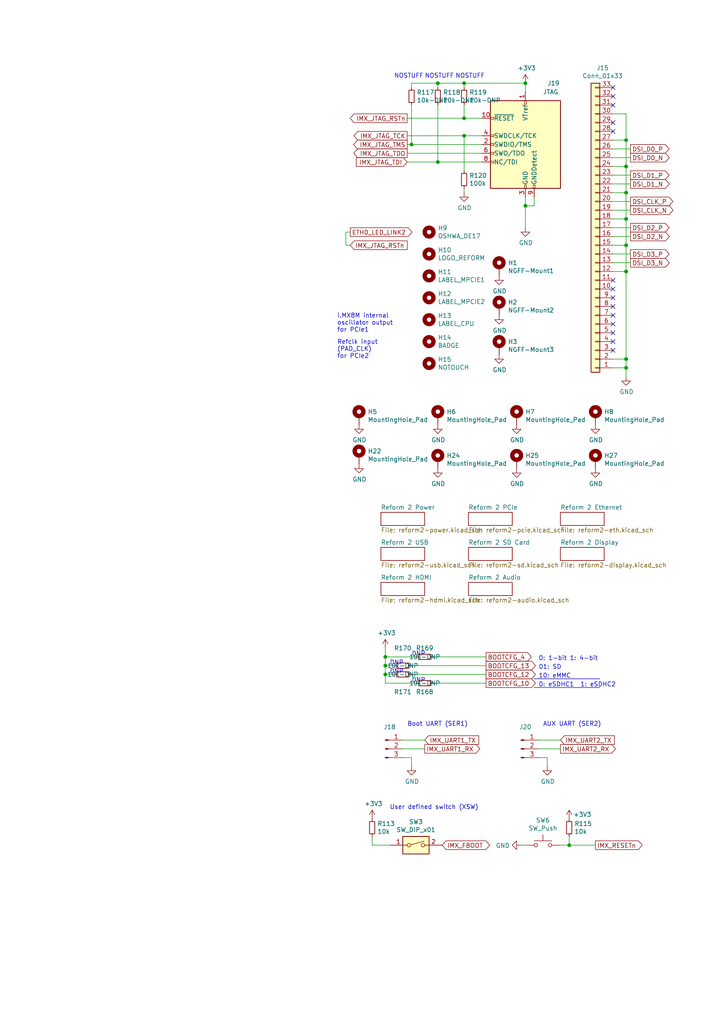
<source format=kicad_sch>
(kicad_sch (version 20241004) (generator "eeschema") (generator_version "8.99")
  (paper "A4" portrait)
  (title_block (title "MNT Reform 2") (date "2023-02-13") (rev "2.5D-2") (company "MNT Research GmbH") (comment 1 "https://mntre.com") (comment 2 "Engineer: Lukas F. Hartmann") (comment 3 "License: CERN-OHL-S 2.0"))
  (lib_symbols
    (symbol "Connector:Conn_01x03_Male" (pin_names (offset 1.016) (hide yes))
      (property "Reference" "J" (at 0 5.08 0))
      (property "Value" "Conn_01x03_Male" (at 0 -5.08 0))
      (symbol "Conn_01x03_Male_1_1"
        (rectangle (start 0.8636 2.667) (end 0 2.413) (stroke (width 0.1524)) (fill (type outline)))
        (rectangle (start 0.8636 0.127) (end 0 -0.127) (stroke (width 0.1524)) (fill (type outline)))
        (rectangle (start 0.8636 -2.413) (end 0 -2.667) (stroke (width 0.1524)) (fill (type outline)))
        (polyline (pts (xy 1.27 2.54) (xy 0.8636 2.54)) (stroke (width 0.1524)))
        (polyline (pts (xy 1.27 0) (xy 0.8636 0)) (stroke (width 0.1524)))
        (polyline (pts (xy 1.27 -2.54) (xy 0.8636 -2.54)) (stroke (width 0.1524)))
        (pin passive line (at 5.08 2.54 180) (length 3.81) (name "Pin_1") (number "1"))
        (pin passive line (at 5.08 0 180) (length 3.81) (name "Pin_2") (number "2"))
        (pin passive line (at 5.08 -2.54 180) (length 3.81) (name "Pin_3") (number "3"))
      )
    )
    (symbol "Connector:Conn_ARM_JTAG_SWD_10" (pin_names (offset 1.016))
      (property "Reference" "J" (at -2.54 16.51 0))
      (property "Value" "Conn_ARM_JTAG_SWD_10" (at -2.54 13.97 0))
      (symbol "Conn_ARM_JTAG_SWD_10_0_1"
        (rectangle (start -10.16 12.7) (end 10.16 -12.7) (stroke (width 0.254)) (fill (type background)))
        (rectangle (start -2.794 -12.7) (end -2.286 -11.684))
        (rectangle (start -0.254 12.7) (end 0.254 11.684))
        (rectangle (start -0.254 -12.7) (end 0.254 -11.684))
        (rectangle (start 9.144 2.286) (end 10.16 2.794))
        (rectangle (start 10.16 7.874) (end 9.144 7.366))
        (rectangle (start 10.16 -0.254) (end 9.144 0.254))
        (rectangle (start 10.16 -2.794) (end 9.144 -2.286))
      )
      (symbol "Conn_ARM_JTAG_SWD_10_1_1"
        (rectangle (start 9.144 -5.334) (end 10.16 -4.826))
        (pin no_connect line (at -10.16 0 0) (length 2.54) (hide yes) (name "KEY") (number "7"))
        (pin passive line (at -2.54 -15.24 90) (length 2.54) (name "GNDDetect") (number "9"))
        (pin power_in line (at 0 15.24 270) (length 2.54) (name "VTref") (number "1"))
        (pin power_in line (at 0 -15.24 90) (length 2.54) (name "GND") (number "3"))
        (pin passive line (at 0 -15.24 90) (length 2.54) (hide yes) (name "GND") (number "5"))
        (pin open_collector line (at 12.7 7.62 180) (length 2.54) (name "~{RESET}") (number "10"))
        (pin output line (at 12.7 2.54 180) (length 2.54) (name "SWDCLK/TCK") (number "4"))
        (pin bidirectional line (at 12.7 0 180) (length 2.54) (name "SWDIO/TMS") (number "2"))
        (pin input line (at 12.7 -2.54 180) (length 2.54) (name "SWO/TDO") (number "6"))
        (pin output line (at 12.7 -5.08 180) (length 2.54) (name "NC/TDI") (number "8"))
      )
    )
    (symbol "Connector_Generic:Conn_01x33" (pin_names (offset 1.016) (hide yes))
      (property "Reference" "J" (at 0 43.18 0))
      (property "Value" "Conn_01x33" (at 0 -43.18 0))
      (symbol "Conn_01x33_1_1"
        (rectangle (start -1.27 41.91) (end 1.27 -41.91) (stroke (width 0.254)) (fill (type background)))
        (rectangle (start -1.27 40.767) (end 0 40.513) (stroke (width 0.1524)))
        (rectangle (start -1.27 38.227) (end 0 37.973) (stroke (width 0.1524)))
        (rectangle (start -1.27 35.687) (end 0 35.433) (stroke (width 0.1524)))
        (rectangle (start -1.27 33.147) (end 0 32.893) (stroke (width 0.1524)))
        (rectangle (start -1.27 30.607) (end 0 30.353) (stroke (width 0.1524)))
        (rectangle (start -1.27 28.067) (end 0 27.813) (stroke (width 0.1524)))
        (rectangle (start -1.27 25.527) (end 0 25.273) (stroke (width 0.1524)))
        (rectangle (start -1.27 22.987) (end 0 22.733) (stroke (width 0.1524)))
        (rectangle (start -1.27 20.447) (end 0 20.193) (stroke (width 0.1524)))
        (rectangle (start -1.27 17.907) (end 0 17.653) (stroke (width 0.1524)))
        (rectangle (start -1.27 15.367) (end 0 15.113) (stroke (width 0.1524)))
        (rectangle (start -1.27 12.827) (end 0 12.573) (stroke (width 0.1524)))
        (rectangle (start -1.27 10.287) (end 0 10.033) (stroke (width 0.1524)))
        (rectangle (start -1.27 7.747) (end 0 7.493) (stroke (width 0.1524)))
        (rectangle (start -1.27 5.207) (end 0 4.953) (stroke (width 0.1524)))
        (rectangle (start -1.27 2.667) (end 0 2.413) (stroke (width 0.1524)))
        (rectangle (start -1.27 0.127) (end 0 -0.127) (stroke (width 0.1524)))
        (rectangle (start -1.27 -2.413) (end 0 -2.667) (stroke (width 0.1524)))
        (rectangle (start -1.27 -4.953) (end 0 -5.207) (stroke (width 0.1524)))
        (rectangle (start -1.27 -7.493) (end 0 -7.747) (stroke (width 0.1524)))
        (rectangle (start -1.27 -10.033) (end 0 -10.287) (stroke (width 0.1524)))
        (rectangle (start -1.27 -12.573) (end 0 -12.827) (stroke (width 0.1524)))
        (rectangle (start -1.27 -15.113) (end 0 -15.367) (stroke (width 0.1524)))
        (rectangle (start -1.27 -17.653) (end 0 -17.907) (stroke (width 0.1524)))
        (rectangle (start -1.27 -20.193) (end 0 -20.447) (stroke (width 0.1524)))
        (rectangle (start -1.27 -22.733) (end 0 -22.987) (stroke (width 0.1524)))
        (rectangle (start -1.27 -25.273) (end 0 -25.527) (stroke (width 0.1524)))
        (rectangle (start -1.27 -27.813) (end 0 -28.067) (stroke (width 0.1524)))
        (rectangle (start -1.27 -30.353) (end 0 -30.607) (stroke (width 0.1524)))
        (rectangle (start -1.27 -32.893) (end 0 -33.147) (stroke (width 0.1524)))
        (rectangle (start -1.27 -35.433) (end 0 -35.687) (stroke (width 0.1524)))
        (rectangle (start -1.27 -37.973) (end 0 -38.227) (stroke (width 0.1524)))
        (rectangle (start -1.27 -40.513) (end 0 -40.767) (stroke (width 0.1524)))
        (pin passive line (at -5.08 40.64 0) (length 3.81) (name "Pin_1") (number "1"))
        (pin passive line (at -5.08 38.1 0) (length 3.81) (name "Pin_2") (number "2"))
        (pin passive line (at -5.08 35.56 0) (length 3.81) (name "Pin_3") (number "3"))
        (pin passive line (at -5.08 33.02 0) (length 3.81) (name "Pin_4") (number "4"))
        (pin passive line (at -5.08 30.48 0) (length 3.81) (name "Pin_5") (number "5"))
        (pin passive line (at -5.08 27.94 0) (length 3.81) (name "Pin_6") (number "6"))
        (pin passive line (at -5.08 25.4 0) (length 3.81) (name "Pin_7") (number "7"))
        (pin passive line (at -5.08 22.86 0) (length 3.81) (name "Pin_8") (number "8"))
        (pin passive line (at -5.08 20.32 0) (length 3.81) (name "Pin_9") (number "9"))
        (pin passive line (at -5.08 17.78 0) (length 3.81) (name "Pin_10") (number "10"))
        (pin passive line (at -5.08 15.24 0) (length 3.81) (name "Pin_11") (number "11"))
        (pin passive line (at -5.08 12.7 0) (length 3.81) (name "Pin_12") (number "12"))
        (pin passive line (at -5.08 10.16 0) (length 3.81) (name "Pin_13") (number "13"))
        (pin passive line (at -5.08 7.62 0) (length 3.81) (name "Pin_14") (number "14"))
        (pin passive line (at -5.08 5.08 0) (length 3.81) (name "Pin_15") (number "15"))
        (pin passive line (at -5.08 2.54 0) (length 3.81) (name "Pin_16") (number "16"))
        (pin passive line (at -5.08 0 0) (length 3.81) (name "Pin_17") (number "17"))
        (pin passive line (at -5.08 -2.54 0) (length 3.81) (name "Pin_18") (number "18"))
        (pin passive line (at -5.08 -5.08 0) (length 3.81) (name "Pin_19") (number "19"))
        (pin passive line (at -5.08 -7.62 0) (length 3.81) (name "Pin_20") (number "20"))
        (pin passive line (at -5.08 -10.16 0) (length 3.81) (name "Pin_21") (number "21"))
        (pin passive line (at -5.08 -12.7 0) (length 3.81) (name "Pin_22") (number "22"))
        (pin passive line (at -5.08 -15.24 0) (length 3.81) (name "Pin_23") (number "23"))
        (pin passive line (at -5.08 -17.78 0) (length 3.81) (name "Pin_24") (number "24"))
        (pin passive line (at -5.08 -20.32 0) (length 3.81) (name "Pin_25") (number "25"))
        (pin passive line (at -5.08 -22.86 0) (length 3.81) (name "Pin_26") (number "26"))
        (pin passive line (at -5.08 -25.4 0) (length 3.81) (name "Pin_27") (number "27"))
        (pin passive line (at -5.08 -27.94 0) (length 3.81) (name "Pin_28") (number "28"))
        (pin passive line (at -5.08 -30.48 0) (length 3.81) (name "Pin_29") (number "29"))
        (pin passive line (at -5.08 -33.02 0) (length 3.81) (name "Pin_30") (number "30"))
        (pin passive line (at -5.08 -35.56 0) (length 3.81) (name "Pin_31") (number "31"))
        (pin passive line (at -5.08 -38.1 0) (length 3.81) (name "Pin_32") (number "32"))
        (pin passive line (at -5.08 -40.64 0) (length 3.81) (name "Pin_33") (number "33"))
      )
    )
    (symbol "Device:R_Small" (pin_numbers (hide yes)) (pin_names (offset 0.254) (hide yes))
      (property "Reference" "R" (at 0.762 0.508 0))
      (property "Value" "R_Small" (at 0.762 -1.016 0))
      (symbol "R_Small_0_1"
        (rectangle (start -0.762 1.778) (end 0.762 -1.778) (stroke (width 0.2032)))
      )
      (symbol "R_Small_1_1"
        (pin passive line (at 0 2.54 270) (length 0.762) (name "~") (number "1"))
        (pin passive line (at 0 -2.54 90) (length 0.762) (name "~") (number "2"))
      )
    )
    (symbol "Mechanical:MountingHole" (pin_names (offset 1.016))
      (property "Reference" "H" (at 0 5.08 0))
      (property "Value" "MountingHole" (at 0 3.175 0))
      (symbol "MountingHole_0_1"
        (circle (center 0 0) (radius 1.27) (stroke (width 1.27)))
      )
    )
    (symbol "Mechanical:MountingHole_Pad" (pin_numbers (hide yes)) (pin_names (offset 1.016) (hide yes))
      (property "Reference" "H" (at 0 6.35 0))
      (property "Value" "MountingHole_Pad" (at 0 4.445 0))
      (symbol "MountingHole_Pad_0_1"
        (circle (center 0 1.27) (radius 1.27) (stroke (width 1.27)))
      )
      (symbol "MountingHole_Pad_1_1"
        (pin input line (at 0 -2.54 90) (length 2.54) (name "1") (number "1"))
      )
    )
    (symbol "Switch:SW_DIP_x01" (pin_names (offset 0) (hide yes))
      (property "Reference" "SW" (at 0 3.81 0))
      (property "Value" "SW_DIP_x01" (at 0 -3.81 0))
      (symbol "SW_DIP_x01_0_0"
        (circle (center -2.032 0) (radius 0.508))
        (polyline (pts (xy -1.524 0.127) (xy 2.3622 1.1684)))
        (circle (center 2.032 0) (radius 0.508))
      )
      (symbol "SW_DIP_x01_0_1"
        (rectangle (start -3.81 2.54) (end 3.81 -2.54) (stroke (width 0.254)) (fill (type background)))
      )
      (symbol "SW_DIP_x01_1_1"
        (pin passive line (at -7.62 0 0) (length 5.08) (name "~") (number "1"))
        (pin passive line (at 7.62 0 180) (length 5.08) (name "~") (number "2"))
      )
    )
    (symbol "Switch:SW_Push" (pin_numbers (hide yes)) (pin_names (offset 1.016) (hide yes))
      (property "Reference" "SW" (at 1.27 2.54 0))
      (property "Value" "SW_Push" (at 0 -1.524 0))
      (symbol "SW_Push_0_1"
        (circle (center -2.032 0) (radius 0.508))
        (polyline (pts (xy 0 1.27) (xy 0 3.048)))
        (circle (center 2.032 0) (radius 0.508))
        (polyline (pts (xy 2.54 1.27) (xy -2.54 1.27)))
        (pin passive line (at -5.08 0 0) (length 2.54) (name "1") (number "1"))
        (pin passive line (at 5.08 0 180) (length 2.54) (name "2") (number "2"))
      )
    )
    (symbol "power:+3V3" (power) (pin_names (offset 0))
      (property "Value" "+3V3" (at 0 3.556 0))
      (symbol "+3V3_0_1"
        (polyline (pts (xy -0.762 1.27) (xy 0 2.54)))
        (polyline (pts (xy 0 2.54) (xy 0.762 1.27)))
        (polyline (pts (xy 0 0) (xy 0 2.54)))
      )
      (symbol "+3V3_1_1"
        (pin power_in line (at 0 0 90) (length 0) (hide yes) (name "+3V3") (number "1"))
      )
    )
    (symbol "power:GND" (power) (pin_names (offset 0))
      (property "Value" "GND" (at 0 -3.81 0))
      (symbol "GND_0_1"
        (polyline (pts (xy 0 0) (xy 0 -1.27) (xy 1.27 -1.27) (xy 0 -2.54) (xy -1.27 -1.27) (xy 0 -1.27)))
      )
      (symbol "GND_1_1"
        (pin power_in line (at 0 0 270) (length 0) (hide yes) (name "GND") (number "1"))
      )
    )
  )
  (text "NOSTUFF" (at 114.3 22.86 0) (effects (font (size 1.27 1.27)) (justify left bottom)))
  (text "01: SD" (at 156.21 194.31 0) (effects (font (size 1.27 1.27)) (justify left bottom)))
  (text "10: eMMC" (at 156.21 196.85 0) (effects (font (size 1.27 1.27)) (justify left bottom)))
  (text "Boot UART (SER1)" (at 118.11 210.82 0) (effects (font (size 1.27 1.27)) (justify left bottom)))
  (text "User defined switch (XSW)" (at 113.03 234.95 0) (effects (font (size 1.27 1.27)) (justify left bottom)))
  (text "DNP" (at 119.38 198.12 0) (effects (font (size 1.27 1.27)) (justify left bottom)))
  (text "DNP" (at 113.03 193.04 0) (effects (font (size 1.27 1.27)) (justify left bottom)))
  (text "DNP" (at 113.03 195.58 0) (effects (font (size 1.27 1.27)) (justify left bottom)))
  (text "DNP" (at 119.38 190.5 0) (effects (font (size 1.27 1.27)) (justify left bottom)))
  (text "NOSTUFF" (at 123.19 22.86 0) (effects (font (size 1.27 1.27)) (justify left bottom)))
  (text "0: 1-bit 1: 4-bit" (at 156.21 191.77 0) (effects (font (size 1.27 1.27)) (justify left bottom)))
  (text "NOSTUFF" (at 132.08 22.86 0) (effects (font (size 1.27 1.27)) (justify left bottom)))
  (text "i.MX8M internal \noscillator output \nfor PCIe1" (at 97.79 96.52 0) (effects (font (size 1.27 1.27)) (justify left bottom)))
  (text "Refclk input \n(PAD_CLK) \nfor PCIe2" (at 97.79 104.14 0) (effects (font (size 1.27 1.27)) (justify left bottom)))
  (text "AUX UART (SER2)" (at 157.48 210.82 0) (effects (font (size 1.27 1.27)) (justify left bottom)))
  (text "0: eSDHC1  1: eSDHC2" (at 156.21 199.39 0) (effects (font (size 1.27 1.27)) (justify left bottom)))
  (junction (at 134.62 24.13))
  (junction (at 119.38 41.91))
  (junction (at 181.61 106.68))
  (junction (at 111.76 195.58))
  (junction (at 181.61 104.14))
  (junction (at 181.61 71.12))
  (junction (at 134.62 39.37))
  (junction (at 181.61 63.5))
  (junction (at 181.61 40.64))
  (junction (at 152.4 24.13))
  (junction (at 127 46.99))
  (junction (at 181.61 55.88))
  (junction (at 181.61 48.26))
  (junction (at 111.76 193.04))
  (junction (at 181.61 78.74))
  (junction (at 152.4 59.69))
  (junction (at 111.76 190.5))
  (junction (at 165.1 245.11))
  (junction (at 127 24.13))
  (junction (at 134.62 34.29))
  (no_connect (at 177.8 91.44))
  (no_connect (at 177.8 83.82))
  (no_connect (at 177.8 27.94))
  (no_connect (at 177.8 99.06))
  (no_connect (at 177.8 81.28))
  (no_connect (at 177.8 88.9))
  (no_connect (at 177.8 93.98))
  (no_connect (at 177.8 38.1))
  (no_connect (at 177.8 25.4))
  (no_connect (at 177.8 96.52))
  (no_connect (at 177.8 35.56))
  (no_connect (at 177.8 30.48))
  (no_connect (at 177.8 101.6))
  (no_connect (at 177.8 86.36))
  (wire (pts (xy 111.76 195.58) (xy 111.76 193.04)))
  (wire (pts (xy 127 24.13) (xy 127 25.4)))
  (wire (pts (xy 119.38 24.13) (xy 119.38 25.4)))
  (wire (pts (xy 177.8 68.58) (xy 182.88 68.58)))
  (wire (pts (xy 100.33 67.31) (xy 101.6 67.31)))
  (wire (pts (xy 181.61 78.74) (xy 181.61 104.14)))
  (polyline (pts (xy 154.94 196.85) (xy 173.99 196.85)))
  (wire (pts (xy 111.76 193.04) (xy 114.3 193.04)))
  (wire (pts (xy 177.8 48.26) (xy 181.61 48.26)))
  (wire (pts (xy 181.61 109.22) (xy 181.61 106.68)))
  (wire (pts (xy 119.38 193.04) (xy 140.97 193.04)))
  (wire (pts (xy 152.4 59.69) (xy 152.4 66.04)))
  (wire (pts (xy 162.56 214.63) (xy 156.21 214.63)))
  (wire (pts (xy 181.61 48.26) (xy 181.61 55.88)))
  (wire (pts (xy 182.88 50.8) (xy 177.8 50.8)))
  (wire (pts (xy 111.76 193.04) (xy 111.76 190.5)))
  (wire (pts (xy 134.62 30.48) (xy 134.62 34.29)))
  (wire (pts (xy 165.1 245.11) (xy 172.72 245.11)))
  (wire (pts (xy 134.62 24.13) (xy 127 24.13)))
  (wire (pts (xy 165.1 242.57) (xy 165.1 245.11)))
  (wire (pts (xy 125.73 198.12) (xy 140.97 198.12)))
  (wire (pts (xy 127 30.48) (xy 127 46.99)))
  (wire (pts (xy 181.61 40.64) (xy 181.61 48.26)))
  (wire (pts (xy 134.62 34.29) (xy 139.7 34.29)))
  (wire (pts (xy 127 24.13) (xy 119.38 24.13)))
  (wire (pts (xy 177.8 60.96) (xy 182.88 60.96)))
  (wire (pts (xy 181.61 33.02) (xy 181.61 40.64)))
  (wire (pts (xy 101.6 71.12) (xy 100.33 71.12)))
  (wire (pts (xy 177.8 63.5) (xy 181.61 63.5)))
  (wire (pts (xy 134.62 39.37) (xy 139.7 39.37)))
  (polyline (pts (xy 154.94 199.39) (xy 173.99 199.39)))
  (wire (pts (xy 182.88 58.42) (xy 177.8 58.42)))
  (wire (pts (xy 125.73 190.5) (xy 140.97 190.5)))
  (wire (pts (xy 123.19 214.63) (xy 116.84 214.63)))
  (wire (pts (xy 152.4 24.13) (xy 134.62 24.13)))
  (wire (pts (xy 158.75 219.71) (xy 156.21 219.71)))
  (wire (pts (xy 119.38 195.58) (xy 140.97 195.58)))
  (wire (pts (xy 177.8 40.64) (xy 181.61 40.64)))
  (wire (pts (xy 182.88 45.72) (xy 177.8 45.72)))
  (wire (pts (xy 177.8 33.02) (xy 181.61 33.02)))
  (wire (pts (xy 182.88 73.66) (xy 177.8 73.66)))
  (wire (pts (xy 162.56 245.11) (xy 165.1 245.11)))
  (wire (pts (xy 182.88 66.04) (xy 177.8 66.04)))
  (wire (pts (xy 134.62 55.88) (xy 134.62 54.61)))
  (wire (pts (xy 127 46.99) (xy 139.7 46.99)))
  (wire (pts (xy 118.11 39.37) (xy 134.62 39.37)))
  (wire (pts (xy 152.4 57.15) (xy 152.4 59.69)))
  (wire (pts (xy 177.8 76.2) (xy 182.88 76.2)))
  (wire (pts (xy 100.33 71.12) (xy 100.33 67.31)))
  (wire (pts (xy 181.61 63.5) (xy 181.61 71.12)))
  (wire (pts (xy 162.56 217.17) (xy 156.21 217.17)))
  (wire (pts (xy 118.11 34.29) (xy 134.62 34.29)))
  (wire (pts (xy 107.95 245.11) (xy 107.95 242.57)))
  (wire (pts (xy 139.7 44.45) (xy 118.11 44.45)))
  (wire (pts (xy 134.62 49.53) (xy 134.62 39.37)))
  (wire (pts (xy 134.62 24.13) (xy 134.62 25.4)))
  (wire (pts (xy 119.38 41.91) (xy 139.7 41.91)))
  (wire (pts (xy 177.8 53.34) (xy 182.88 53.34)))
  (wire (pts (xy 151.13 245.11) (xy 152.4 245.11)))
  (wire (pts (xy 119.38 222.25) (xy 119.38 219.71)))
  (wire (pts (xy 181.61 106.68) (xy 177.8 106.68)))
  (wire (pts (xy 111.76 195.58) (xy 114.3 195.58)))
  (wire (pts (xy 154.94 59.69) (xy 154.94 57.15)))
  (wire (pts (xy 177.8 78.74) (xy 181.61 78.74)))
  (wire (pts (xy 158.75 222.25) (xy 158.75 219.71)))
  (wire (pts (xy 113.03 245.11) (xy 107.95 245.11)))
  (wire (pts (xy 181.61 104.14) (xy 181.61 106.68)))
  (wire (pts (xy 177.8 55.88) (xy 181.61 55.88)))
  (wire (pts (xy 119.38 41.91) (xy 119.38 30.48)))
  (wire (pts (xy 181.61 55.88) (xy 181.61 63.5)))
  (wire (pts (xy 119.38 219.71) (xy 116.84 219.71)))
  (wire (pts (xy 111.76 190.5) (xy 120.65 190.5)))
  (wire (pts (xy 177.8 71.12) (xy 181.61 71.12)))
  (wire (pts (xy 118.11 41.91) (xy 119.38 41.91)))
  (wire (pts (xy 152.4 59.69) (xy 154.94 59.69)))
  (wire (pts (xy 123.19 217.17) (xy 116.84 217.17)))
  (wire (pts (xy 182.88 43.18) (xy 177.8 43.18)))
  (wire (pts (xy 181.61 71.12) (xy 181.61 78.74)))
  (wire (pts (xy 177.8 104.14) (xy 181.61 104.14)))
  (wire (pts (xy 120.65 198.12) (xy 111.76 198.12)))
  (wire (pts (xy 127 46.99) (xy 118.11 46.99)))
  (wire (pts (xy 152.4 24.13) (xy 152.4 26.67)))
  (wire (pts (xy 111.76 195.58) (xy 111.76 198.12)))
  (wire (pts (xy 111.76 187.96) (xy 111.76 190.5)))
  (global_label "IMX_JTAG_TMS" (shape output) (at 118.11 41.91 180) (property "Intersheetrefs" "${INTERSHEET_REFS}" (effects (hide yes))))
  (global_label "IMX_JTAG_RSTn" (shape input) (at 101.6 71.12 0) (property "Intersheetrefs" "${INTERSHEET_REFS}" (effects (hide yes))))
  (global_label "IMX_UART2_TX" (shape input) (at 162.56 214.63 0) (property "Intersheetrefs" "${INTERSHEET_REFS}" (effects (hide yes))))
  (global_label "DSI_D1_P" (shape output) (at 182.88 50.8 0) (property "Intersheetrefs" "${INTERSHEET_REFS}" (effects (hide yes))))
  (global_label "DSI_D0_N" (shape output) (at 182.88 45.72 0) (property "Intersheetrefs" "${INTERSHEET_REFS}" (effects (hide yes))))
  (global_label "DSI_CLK_P" (shape output) (at 182.88 58.42 0) (property "Intersheetrefs" "${INTERSHEET_REFS}" (effects (hide yes))))
  (global_label "IMX_UART1_TX" (shape input) (at 123.19 214.63 0) (property "Intersheetrefs" "${INTERSHEET_REFS}" (effects (hide yes))))
  (global_label "IMX_UART2_RX" (shape output) (at 162.56 217.17 0) (property "Intersheetrefs" "${INTERSHEET_REFS}" (effects (hide yes))))
  (global_label "BOOTCFG_13" (shape output) (at 140.97 193.04 0) (property "Intersheetrefs" "${INTERSHEET_REFS}" (effects (hide yes))))
  (global_label "IMX_JTAG_TCK" (shape output) (at 118.11 39.37 180) (property "Intersheetrefs" "${INTERSHEET_REFS}" (effects (hide yes))))
  (global_label "IMX_UART1_RX" (shape output) (at 123.19 217.17 0) (property "Intersheetrefs" "${INTERSHEET_REFS}" (effects (hide yes))))
  (global_label "IMX_JTAG_TDO" (shape output) (at 118.11 44.45 180) (property "Intersheetrefs" "${INTERSHEET_REFS}" (effects (hide yes))))
  (global_label "IMX_JTAG_RSTn" (shape output) (at 118.11 34.29 180) (property "Intersheetrefs" "${INTERSHEET_REFS}" (effects (hide yes))))
  (global_label "DSI_D2_N" (shape output) (at 182.88 68.58 0) (property "Intersheetrefs" "${INTERSHEET_REFS}" (effects (hide yes))))
  (global_label "BOOTCFG_10" (shape output) (at 140.97 198.12 0) (property "Intersheetrefs" "${INTERSHEET_REFS}" (effects (hide yes))))
  (global_label "IMX_JTAG_TDI" (shape input) (at 118.11 46.99 180) (property "Intersheetrefs" "${INTERSHEET_REFS}" (effects (hide yes))))
  (global_label "DSI_D0_P" (shape output) (at 182.88 43.18 0) (property "Intersheetrefs" "${INTERSHEET_REFS}" (effects (hide yes))))
  (global_label "BOOTCFG_12" (shape output) (at 140.97 195.58 0) (property "Intersheetrefs" "${INTERSHEET_REFS}" (effects (hide yes))))
  (global_label "BOOTCFG_4" (shape output) (at 140.97 190.5 0) (property "Intersheetrefs" "${INTERSHEET_REFS}" (effects (hide yes))))
  (global_label "IMX_RESETn" (shape output) (at 172.72 245.11 0) (property "Intersheetrefs" "${INTERSHEET_REFS}" (effects (hide yes))))
  (global_label "DSI_D1_N" (shape output) (at 182.88 53.34 0) (property "Intersheetrefs" "${INTERSHEET_REFS}" (effects (hide yes))))
  (global_label "IMX_FBOOT" (shape bidirectional) (at 128.27 245.11 0) (property "Intersheetrefs" "${INTERSHEET_REFS}" (effects (hide yes))))
  (global_label "DSI_D3_N" (shape output) (at 182.88 76.2 0) (property "Intersheetrefs" "${INTERSHEET_REFS}" (effects (hide yes))))
  (global_label "ETH0_LED_LINK2" (shape output) (at 101.6 67.31 0) (property "Intersheetrefs" "${INTERSHEET_REFS}" (effects (hide yes))))
  (global_label "DSI_D3_P" (shape output) (at 182.88 73.66 0) (property "Intersheetrefs" "${INTERSHEET_REFS}" (effects (hide yes))))
  (global_label "DSI_CLK_N" (shape output) (at 182.88 60.96 0) (property "Intersheetrefs" "${INTERSHEET_REFS}" (effects (hide yes))))
  (global_label "DSI_D2_P" (shape output) (at 182.88 66.04 0) (property "Intersheetrefs" "${INTERSHEET_REFS}" (effects (hide yes))))
  (symbol (lib_id "Mechanical:MountingHole_Pad") (at 144.78 77.47 0) (unit 1)
    (property "Reference" "H1" (at 147.32 76.2254 0) (effects (justify left)))
    (property "Value" "NGFF-Mount1" (at 147.32 78.5368 0) (effects (justify left)))
    (property "Footprint" "footprints:WA-SMSI-M2" (effects (hide yes)))
    (property "Checked" "y" (effects (hide yes)))
    (property "Distributor" "None" (effects (hide yes)))
    (property "Manufacturer" "Wurth" (effects (hide yes)))
    (property "Manufacturer_No" "9774020243R" (effects (hide yes)))
  )
  (symbol (lib_id "power:GND") (at 144.78 80.01 0) (unit 1)
    (property "Reference" "#PWR099" (effects (hide yes)))
    (property "Value" "GND" (at 144.907 84.4042 0))
  )
  (symbol (lib_id "power:GND") (at 144.78 91.44 0) (unit 1)
    (property "Reference" "#PWR0100" (effects (hide yes)))
    (property "Value" "GND" (at 144.907 95.8342 0))
  )
  (symbol (lib_id "Mechanical:MountingHole_Pad") (at 144.78 88.9 0) (unit 1)
    (property "Reference" "H2" (at 147.32 87.6554 0) (effects (justify left)))
    (property "Value" "NGFF-Mount2" (at 147.32 89.9668 0) (effects (justify left)))
    (property "Footprint" "footprints:WA-SMSI-M2" (effects (hide yes)))
    (property "Checked" "y" (effects (hide yes)))
    (property "Distributor" "None" (effects (hide yes)))
    (property "DNP" "y" (effects (hide yes)))
  )
  (symbol (lib_id "power:GND") (at 144.78 102.87 0) (unit 1)
    (property "Reference" "#PWR0101" (effects (hide yes)))
    (property "Value" "GND" (at 144.907 107.2642 0))
  )
  (symbol (lib_id "Mechanical:MountingHole_Pad") (at 144.78 100.33 0) (unit 1)
    (property "Reference" "H3" (at 147.32 99.0854 0) (effects (justify left)))
    (property "Value" "NGFF-Mount3" (at 147.32 101.3968 0) (effects (justify left)))
    (property "Footprint" "footprints:WA-SMSI-M2" (effects (hide yes)))
    (property "Checked" "y" (effects (hide yes)))
    (property "Distributor" "None" (effects (hide yes)))
    (property "DNP" "y" (effects (hide yes)))
  )
  (symbol (lib_id "power:GND") (at 104.14 134.62 0) (unit 1)
    (property "Reference" "#PWR0214" (effects (hide yes)))
    (property "Value" "GND" (at 104.267 139.0142 0))
  )
  (symbol (lib_id "Mechanical:MountingHole_Pad") (at 104.14 132.08 0) (unit 1)
    (property "Reference" "H22" (at 106.68 130.8354 0) (effects (justify left)))
    (property "Value" "MountingHole_Pad" (at 106.68 133.1468 0) (effects (justify left)))
    (property "Footprint" "footprints:WA-SMSI-M2" (effects (hide yes)))
    (property "Manufacturer" "Wurth" (effects (hide yes)))
    (property "Manufacturer_No" "9774025243R" (effects (hide yes)))
    (property "Checked" "y" (effects (hide yes)))
    (property "Distributor" "Mouser" (effects (hide yes)))
  )
  (symbol (lib_id "power:GND") (at 127 135.89 0) (unit 1)
    (property "Reference" "#PWR0223" (effects (hide yes)))
    (property "Value" "GND" (at 127.127 140.2842 0))
  )
  (symbol (lib_id "Mechanical:MountingHole_Pad") (at 127 133.35 0) (unit 1)
    (property "Reference" "H24" (at 129.54 132.1054 0) (effects (justify left)))
    (property "Value" "MountingHole_Pad" (at 129.54 134.4168 0) (effects (justify left)))
    (property "Footprint" "footprints:WA-SMSI-M2" (effects (hide yes)))
    (property "Manufacturer" "Wurth" (effects (hide yes)))
    (property "Manufacturer_No" "9774025243R" (effects (hide yes)))
    (property "Checked" "y" (effects (hide yes)))
    (property "Distributor" "Mouser" (effects (hide yes)))
  )
  (symbol (lib_id "power:GND") (at 149.86 135.89 0) (unit 1)
    (property "Reference" "#PWR0224" (effects (hide yes)))
    (property "Value" "GND" (at 149.987 140.2842 0))
  )
  (symbol (lib_id "Mechanical:MountingHole_Pad") (at 149.86 133.35 0) (unit 1)
    (property "Reference" "H25" (at 152.4 132.1054 0) (effects (justify left)))
    (property "Value" "MountingHole_Pad" (at 152.4 134.4168 0) (effects (justify left)))
    (property "Footprint" "footprints:WA-SMSI-M2" (effects (hide yes)))
    (property "Manufacturer" "Wurth" (effects (hide yes)))
    (property "Manufacturer_No" "9774025243R" (effects (hide yes)))
    (property "Checked" "y" (effects (hide yes)))
    (property "Distributor" "Mouser" (effects (hide yes)))
  )
  (symbol (lib_id "power:GND") (at 172.72 135.89 0) (unit 1)
    (property "Reference" "#PWR0226" (effects (hide yes)))
    (property "Value" "GND" (at 172.847 140.2842 0))
  )
  (symbol (lib_id "Mechanical:MountingHole_Pad") (at 172.72 133.35 0) (unit 1)
    (property "Reference" "H27" (at 175.26 132.1054 0) (effects (justify left)))
    (property "Value" "MountingHole_Pad" (at 175.26 134.4168 0) (effects (justify left)))
    (property "Footprint" "footprints:WA-SMSI-M2" (effects (hide yes)))
    (property "Manufacturer" "Wurth" (effects (hide yes)))
    (property "Manufacturer_No" "9774025243R" (effects (hide yes)))
    (property "Checked" "y" (effects (hide yes)))
    (property "Distributor" "Mouser" (effects (hide yes)))
  )
  (symbol (lib_id "Connector:Conn_01x03_Male") (at 111.76 217.17 0) (unit 1)
    (property "Reference" "J18" (at 113.03 210.82 0))
    (property "Value" "Conn_01x03_Male" (effects (hide yes)))
    (property "Footprint" "Connector_PinHeader_2.54mm:PinHeader_1x03_P2.54mm_Horizontal" (effects (hide yes)))
    (property "Manufacturer" "Wurth" (effects (hide yes)))
    (property "Manufacturer_No" "61300311021" (effects (hide yes)))
    (property "Checked" "y" (effects (hide yes)))
    (property "Distributor" "Mouser" (effects (hide yes)))
  )
  (symbol (lib_id "Connector:Conn_01x03_Male") (at 151.13 217.17 0) (unit 1)
    (property "Reference" "J20" (at 152.4 210.82 0))
    (property "Value" "Conn_01x03_Male" (effects (hide yes)))
    (property "Footprint" "Connector_PinHeader_2.54mm:PinHeader_1x03_P2.54mm_Vertical" (effects (hide yes)))
    (property "Manufacturer" "Wurth" (effects (hide yes)))
    (property "Manufacturer_No" "61300311121" (effects (hide yes)))
    (property "Checked" "y" (effects (hide yes)))
    (property "Distributor" "Mouser" (effects (hide yes)))
  )
  (symbol (lib_id "power:GND") (at 158.75 222.25 0) (unit 1)
    (property "Reference" "#PWR061" (effects (hide yes)))
    (property "Value" "GND" (at 158.877 226.6442 0))
  )
  (symbol (lib_id "Mechanical:MountingHole_Pad") (at 104.14 120.65 0) (unit 1)
    (property "Reference" "H5" (at 106.68 119.4054 0) (effects (justify left)))
    (property "Value" "MountingHole_Pad" (at 106.68 121.7168 0) (effects (justify left)))
    (property "Footprint" "MountingHole:MountingHole_2.2mm_M2_DIN965_Pad" (effects (hide yes)))
    (property "Checked" "y" (effects (hide yes)))
    (property "Distributor" "None" (effects (hide yes)))
    (property "DNP" "y" (effects (hide yes)))
  )
  (symbol (lib_id "Switch:SW_Push") (at 157.48 245.11 0) (unit 1)
    (property "Reference" "SW6" (at 157.48 237.871 0))
    (property "Value" "SW_Push" (at 157.48 240.1824 0))
    (property "Footprint" "footprints:UK-B0206-G3.8-250-JZ" (effects (hide yes)))
    (property "Manufacturer" "USAKRO" (effects (hide yes)))
    (property "Manufacturer_No" "UK-B0206-G3.8-250-JZ" (effects (hide yes)))
    (property "Checked" "y" (effects (hide yes)))
    (property "Distributor" "Mouser" (effects (hide yes)))
  )
  (symbol (lib_id "power:GND") (at 104.14 123.19 0) (unit 1)
    (property "Reference" "#PWR0183" (effects (hide yes)))
    (property "Value" "GND" (at 104.267 127.5842 0))
  )
  (symbol (lib_id "Mechanical:MountingHole_Pad") (at 127 120.65 0) (unit 1)
    (property "Reference" "H6" (at 129.54 119.4054 0) (effects (justify left)))
    (property "Value" "MountingHole_Pad" (at 129.54 121.7168 0) (effects (justify left)))
    (property "Footprint" "MountingHole:MountingHole_2.2mm_M2_DIN965_Pad" (effects (hide yes)))
    (property "Checked" "y" (effects (hide yes)))
    (property "Distributor" "None" (effects (hide yes)))
    (property "DNP" "y" (effects (hide yes)))
  )
  (symbol (lib_id "power:GND") (at 127 123.19 0) (unit 1)
    (property "Reference" "#PWR0184" (effects (hide yes)))
    (property "Value" "GND" (at 127.127 127.5842 0))
  )
  (symbol (lib_id "Mechanical:MountingHole_Pad") (at 149.86 120.65 0) (unit 1)
    (property "Reference" "H7" (at 152.4 119.4054 0) (effects (justify left)))
    (property "Value" "MountingHole_Pad" (at 152.4 121.7168 0) (effects (justify left)))
    (property "Footprint" "MountingHole:MountingHole_2.2mm_M2_DIN965_Pad" (effects (hide yes)))
    (property "Checked" "y" (effects (hide yes)))
    (property "Distributor" "None" (effects (hide yes)))
    (property "DNP" "y" (effects (hide yes)))
  )
  (symbol (lib_id "power:GND") (at 149.86 123.19 0) (unit 1)
    (property "Reference" "#PWR0185" (effects (hide yes)))
    (property "Value" "GND" (at 149.987 127.5842 0))
  )
  (symbol (lib_id "Mechanical:MountingHole_Pad") (at 172.72 120.65 0) (unit 1)
    (property "Reference" "H8" (at 175.26 119.4054 0) (effects (justify left)))
    (property "Value" "MountingHole_Pad" (at 175.26 121.7168 0) (effects (justify left)))
    (property "Footprint" "MountingHole:MountingHole_2.2mm_M2_DIN965_Pad" (effects (hide yes)))
    (property "Checked" "y" (effects (hide yes)))
    (property "Distributor" "None" (effects (hide yes)))
    (property "DNP" "y" (effects (hide yes)))
  )
  (symbol (lib_id "power:GND") (at 172.72 123.19 0) (unit 1)
    (property "Reference" "#PWR0186" (effects (hide yes)))
    (property "Value" "GND" (at 172.847 127.5842 0))
  )
  (symbol (lib_id "power:GND") (at 151.13 245.11 270) (unit 1)
    (property "Reference" "#PWR054" (effects (hide yes)))
    (property "Value" "GND" (at 147.8788 245.237 90) (effects (justify right)))
  )
  (symbol (lib_id "power:+3V3") (at 165.1 237.49 0) (unit 1)
    (property "Reference" "#PWR059" (effects (hide yes)))
    (property "Value" "+3V3" (at 168.91 236.22 0))
  )
  (symbol (lib_id "Device:R_Small") (at 165.1 240.03 0) (unit 1)
    (property "Reference" "R115" (at 166.5986 238.8616 0) (effects (justify left)))
    (property "Value" "10k" (at 166.5986 241.173 0) (effects (justify left)))
    (property "Footprint" "Resistor_SMD:R_0603_1608Metric" (effects (hide yes)))
    (property "Manufacturer" "Yageo" (effects (hide yes)))
    (property "Manufacturer_No" "RC0603FR-0710KL" (effects (hide yes)))
    (property "Checked" "y" (effects (hide yes)))
    (property "Distributor" "Mouser" (effects (hide yes)))
  )
  (symbol (lib_id "power:GND") (at 119.38 222.25 0) (unit 1)
    (property "Reference" "#PWR0225" (effects (hide yes)))
    (property "Value" "GND" (at 119.507 226.6442 0))
  )
  (symbol (lib_id "Switch:SW_DIP_x01") (at 120.65 245.11 0) (unit 1)
    (property "Reference" "SW3" (at 120.65 238.3282 0))
    (property "Value" "SW_DIP_x01" (at 120.65 240.6396 0))
    (property "Footprint" "Button_Switch_SMD:SW_DIP_SPSTx01_Slide_Omron_A6S-110x_W8.9mm_P2.54mm" (effects (hide yes)))
    (property "Manufacturer" "Apem" (effects (hide yes)))
    (property "Manufacturer_No" "DM01" (effects (hide yes)))
    (property "Checked" "y" (effects (hide yes)))
    (property "Distributor" "Mouser" (effects (hide yes)))
  )
  (symbol (lib_id "Device:R_Small") (at 107.95 240.03 180) (unit 1)
    (property "Reference" "R113" (at 109.4486 238.8616 0) (effects (justify right)))
    (property "Value" "10k" (at 109.4486 241.173 0) (effects (justify right)))
    (property "Footprint" "Resistor_SMD:R_0603_1608Metric" (effects (hide yes)))
    (property "Manufacturer" "Yageo" (effects (hide yes)))
    (property "Manufacturer_No" "RC0603FR-0710KL" (effects (hide yes)))
    (property "Checked" "y" (effects (hide yes)))
    (property "Distributor" "Mouser" (effects (hide yes)))
  )
  (symbol (lib_id "Device:R_Small") (at 123.19 190.5 270) (unit 1)
    (property "Reference" "R169" (at 123.19 187.96 90))
    (property "Value" "10k-DNP" (at 123.19 190.5 90))
    (property "Footprint" "Resistor_SMD:R_0603_1608Metric" (effects (hide yes)))
    (property "Manufacturer" "Yageo" (effects (hide yes)))
    (property "Manufacturer_No" "RC0603FR-0710KL" (effects (hide yes)))
    (property "Checked" "y" (effects (hide yes)))
    (property "Distributor" "Mouser" (effects (hide yes)))
    (property "DNP" "y" (effects (hide yes)))
  )
  (symbol (lib_id "Device:R_Small") (at 116.84 193.04 270) (unit 1)
    (property "Reference" "R170" (at 116.84 187.96 90))
    (property "Value" "10k-DNP" (at 116.84 193.04 90))
    (property "Footprint" "Resistor_SMD:R_0603_1608Metric" (effects (hide yes)))
    (property "Manufacturer" "Yageo" (effects (hide yes)))
    (property "Manufacturer_No" "RC0603FR-0710KL" (effects (hide yes)))
    (property "Checked" "y" (effects (hide yes)))
    (property "Distributor" "Mouser" (effects (hide yes)))
    (property "DNP" "y" (effects (hide yes)))
  )
  (symbol (lib_id "power:+3V3") (at 111.76 187.96 0) (unit 1)
    (property "Reference" "#PWR03" (effects (hide yes)))
    (property "Value" "+3V3" (at 112.141 183.5658 0))
  )
  (symbol (lib_id "power:+3V3") (at 107.95 237.49 0) (unit 1)
    (property "Reference" "#PWR051" (effects (hide yes)))
    (property "Value" "+3V3" (at 108.331 233.0958 0))
  )
  (symbol (lib_id "Device:R_Small") (at 116.84 195.58 270) (unit 1)
    (property "Reference" "R171" (at 116.84 200.66 90))
    (property "Value" "10k-DNP" (at 116.84 195.58 90))
    (property "Footprint" "Resistor_SMD:R_0603_1608Metric" (effects (hide yes)))
    (property "Manufacturer" "Yageo" (effects (hide yes)))
    (property "Manufacturer_No" "RC0603FR-0710KL" (effects (hide yes)))
    (property "Checked" "y" (effects (hide yes)))
    (property "Distributor" "Mouser" (effects (hide yes)))
    (property "DNP" "y" (effects (hide yes)))
  )
  (symbol (lib_id "Device:R_Small") (at 123.19 198.12 90) (unit 1)
    (property "Reference" "R168" (at 123.19 200.66 90))
    (property "Value" "10k-DNP" (at 123.19 198.12 90))
    (property "Footprint" "Resistor_SMD:R_0603_1608Metric" (effects (hide yes)))
    (property "Manufacturer" "Yageo" (effects (hide yes)))
    (property "Manufacturer_No" "RC0603FR-0710KL" (effects (hide yes)))
    (property "Checked" "y" (effects (hide yes)))
    (property "Distributor" "Mouser" (effects (hide yes)))
    (property "DNP" "y" (effects (hide yes)))
  )
  (symbol (lib_id "Device:R_Small") (at 119.38 27.94 0) (unit 1)
    (property "Reference" "R117" (at 120.8786 26.7716 0) (effects (justify left)))
    (property "Value" "10k-DNP" (at 120.8786 29.083 0) (effects (justify left)))
    (property "Footprint" "Resistor_SMD:R_0603_1608Metric" (effects (hide yes)))
    (property "Manufacturer" "Yageo" (effects (hide yes)))
    (property "Manufacturer_No" "RC0603FR-0710KL" (effects (hide yes)))
    (property "Checked" "y" (effects (hide yes)))
    (property "Distributor" "Mouser" (effects (hide yes)))
    (property "DNP" "y" (effects (hide yes)))
  )
  (symbol (lib_id "Device:R_Small") (at 127 27.94 0) (unit 1)
    (property "Reference" "R118" (at 128.4986 26.7716 0) (effects (justify left)))
    (property "Value" "10k-DNP" (at 128.4986 29.083 0) (effects (justify left)))
    (property "Footprint" "Resistor_SMD:R_0603_1608Metric" (effects (hide yes)))
    (property "Manufacturer" "Yageo" (effects (hide yes)))
    (property "Manufacturer_No" "RC0603FR-0710KL" (effects (hide yes)))
    (property "Checked" "y" (effects (hide yes)))
    (property "Distributor" "Mouser" (effects (hide yes)))
    (property "DNP" "y" (effects (hide yes)))
  )
  (symbol (lib_id "Device:R_Small") (at 134.62 52.07 0) (unit 1)
    (property "Reference" "R120" (at 136.1186 50.9016 0) (effects (justify left)))
    (property "Value" "100k" (at 136.1186 53.213 0) (effects (justify left)))
    (property "Footprint" "Resistor_SMD:R_0603_1608Metric" (effects (hide yes)))
    (property "Manufacturer" "Vishay Dale" (effects (hide yes)))
    (property "Manufacturer_No" "CRCW0603100KJNEAC" (effects (hide yes)))
    (property "Checked" "y" (effects (hide yes)))
    (property "Distributor" "Mouser" (effects (hide yes)))
  )
  (symbol (lib_id "Device:R_Small") (at 134.62 27.94 0) (unit 1)
    (property "Reference" "R119" (at 136.1186 26.7716 0) (effects (justify left)))
    (property "Value" "10k-DNP" (at 136.1186 29.083 0) (effects (justify left)))
    (property "Footprint" "Resistor_SMD:R_0603_1608Metric" (effects (hide yes)))
    (property "Manufacturer" "Yageo" (effects (hide yes)))
    (property "Manufacturer_No" "RC0603FR-0710KL" (effects (hide yes)))
    (property "Checked" "y" (effects (hide yes)))
    (property "Distributor" "Mouser" (effects (hide yes)))
    (property "DNP" "y" (effects (hide yes)))
  )
  (symbol (lib_id "Mechanical:MountingHole") (at 124.46 67.31 0) (unit 1)
    (property "Reference" "H9" (at 127 66.1416 0) (effects (justify left)))
    (property "Value" "OSHWA_DE17" (at 127 68.453 0) (effects (justify left)))
    (property "Footprint" "footprints:oshwa-de17" (effects (hide yes)))
    (property "Checked" "y" (effects (hide yes)))
    (property "Distributor" "None" (effects (hide yes)))
    (property "DNP" "y" (effects (hide yes)))
  )
  (symbol (lib_id "Connector:Conn_ARM_JTAG_SWD_10") (at 152.4 41.91 0) (mirror y) (unit 1)
    (property "Reference" "J19" (at 158.75 24.13 0) (effects (justify right)))
    (property "Value" "JTAG" (at 157.48 26.67 0) (effects (justify right)))
    (property "Footprint" "Connector_PinHeader_1.27mm:PinHeader_2x05_P1.27mm_Vertical" (effects (hide yes)))
    (property "Manufacturer" "Amphenol FCI" (effects (hide yes)))
    (property "Manufacturer_No" "20021111-00010T4LF" (effects (hide yes)))
    (property "Checked" "y" (effects (hide yes)))
    (property "Distributor" "Mouser" (effects (hide yes)))
  )
  (symbol (lib_id "power:+3V3") (at 152.4 24.13 0) (unit 1)
    (property "Reference" "#PWR0103" (effects (hide yes)))
    (property "Value" "+3V3" (at 152.781 19.7358 0))
  )
  (symbol (lib_id "power:GND") (at 134.62 55.88 0) (unit 1)
    (property "Reference" "#PWR0218" (effects (hide yes)))
    (property "Value" "GND" (at 134.747 60.2742 0))
  )
  (symbol (lib_id "power:GND") (at 152.4 66.04 0) (unit 1)
    (property "Reference" "#PWR0219" (effects (hide yes)))
    (property "Value" "GND" (at 152.527 70.4342 0))
  )
  (symbol (lib_id "Mechanical:MountingHole") (at 124.46 73.66 0) (unit 1)
    (property "Reference" "H10" (at 127 72.4916 0) (effects (justify left)))
    (property "Value" "LOGO_REFORM" (at 127 74.803 0) (effects (justify left)))
    (property "Footprint" "reform2-motherboard:mntreform" (effects (hide yes)))
    (property "Checked" "y" (effects (hide yes)))
    (property "Distributor" "None" (effects (hide yes)))
    (property "DNP" "y" (effects (hide yes)))
  )
  (symbol (lib_id "Mechanical:MountingHole") (at 124.46 80.01 0) (unit 1)
    (property "Reference" "H11" (at 127 78.8416 0) (effects (justify left)))
    (property "Value" "LABEL_MPCIE1" (at 127 81.153 0) (effects (justify left)))
    (property "Footprint" "footprints:mpcie" (effects (hide yes)))
    (property "Checked" "y" (effects (hide yes)))
    (property "Distributor" "None" (effects (hide yes)))
    (property "DNP" "y" (effects (hide yes)))
  )
  (symbol (lib_id "Mechanical:MountingHole") (at 124.46 86.36 0) (unit 1)
    (property "Reference" "H12" (at 127 85.1916 0) (effects (justify left)))
    (property "Value" "LABEL_MPCIE2" (at 127 87.503 0) (effects (justify left)))
    (property "Footprint" "footprints:nvme" (effects (hide yes)))
    (property "Checked" "y" (effects (hide yes)))
    (property "Distributor" "None" (effects (hide yes)))
    (property "DNP" "y" (effects (hide yes)))
  )
  (symbol (lib_id "Connector_Generic:Conn_01x33") (at 172.72 66.04 180) (unit 1)
    (property "Reference" "J15" (at 174.8028 19.685 0))
    (property "Value" "Conn_01x33" (at 174.8028 21.9964 0))
    (property "Footprint" "Connector_FFC-FPC:Hirose_FH12-33S-0.5SH_1x33-1MP_P0.50mm_Horizontal" (effects (hide yes)))
    (property "Manufacturer" "Hirose" (effects (hide yes)))
    (property "Manufacturer_No" "FH12-33S-0.5SH(55)" (effects (hide yes)))
    (property "Checked" "y" (effects (hide yes)))
    (property "Distributor" "Mouser" (effects (hide yes)))
  )
  (symbol (lib_id "power:GND") (at 181.61 109.22 0) (unit 1)
    (property "Reference" "#PWR02" (effects (hide yes)))
    (property "Value" "GND" (at 181.737 113.6142 0))
  )
  (symbol (lib_id "Mechanical:MountingHole") (at 124.46 92.71 0) (unit 1)
    (property "Reference" "H13" (at 127 91.5416 0) (effects (justify left)))
    (property "Value" "LABEL_CPU" (at 127 93.853 0) (effects (justify left)))
    (property "Footprint" "footprints:cpu" (effects (hide yes)))
    (property "Checked" "y" (effects (hide yes)))
    (property "Distributor" "None" (effects (hide yes)))
    (property "DNP" "y" (effects (hide yes)))
  )
  (symbol (lib_id "Mechanical:MountingHole") (at 124.46 99.06 0) (unit 1)
    (property "Reference" "H14" (at 127 97.8916 0) (effects (justify left)))
    (property "Value" "BADGE" (at 127 100.203 0) (effects (justify left)))
    (property "Footprint" "footprints:reform2-motherboard-badge" (effects (hide yes)))
    (property "Checked" "y" (effects (hide yes)))
    (property "Distributor" "None" (effects (hide yes)))
    (property "DNP" "y" (effects (hide yes)))
  )
  (symbol (lib_id "Mechanical:MountingHole") (at 124.46 105.41 0) (unit 1)
    (property "Reference" "H15" (at 127 104.2416 0) (effects (justify left)))
    (property "Value" "NOTOUCH" (at 127 106.553 0) (effects (justify left)))
    (property "Footprint" "Symbol:ESD-Logo_8.9x8mm_SilkScreen" (effects (hide yes)))
    (property "Checked" "y" (effects (hide yes)))
    (property "Distributor" "None" (effects (hide yes)))
    (property "DNP" "y" (effects (hide yes)))
  )
  (sheet (at 110.49 148.59) (size 12.7 3.81)
    (property "Sheetname" "Reform 2 Power" (at 110.49 147.8784 0) (effects (justify left bottom)))
    (property "Sheetfile" "reform2-power.kicad_sch" (at 110.49 152.9846 0) (effects (justify left top)))
  )
  (sheet (at 110.49 158.75) (size 12.7 3.81)
    (property "Sheetname" "Reform 2 USB" (at 110.49 158.0384 0) (effects (justify left bottom)))
    (property "Sheetfile" "reform2-usb.kicad_sch" (at 110.49 163.1446 0) (effects (justify left top)))
  )
  (sheet (at 162.56 148.59) (size 12.7 3.81)
    (property "Sheetname" "Reform 2 Ethernet" (at 162.56 147.8784 0) (effects (justify left bottom)))
    (property "Sheetfile" "reform2-eth.kicad_sch" (at 162.56 152.9846 0) (effects (justify left top)))
  )
  (sheet (at 162.56 158.75) (size 12.7 3.81)
    (property "Sheetname" "Reform 2 Display" (at 162.56 158.0384 0) (effects (justify left bottom)))
    (property "Sheetfile" "reform2-display.kicad_sch" (at 162.56 163.1446 0) (effects (justify left top)))
  )
  (sheet (at 135.89 148.59) (size 12.7 3.81)
    (property "Sheetname" "Reform 2 PCIe" (at 135.89 147.8784 0) (effects (justify left bottom)))
    (property "Sheetfile" "reform2-pcie.kicad_sch" (at 135.89 152.9846 0) (effects (justify left top)))
  )
  (sheet (at 135.89 158.75) (size 12.7 3.81)
    (property "Sheetname" "Reform 2 SD Card" (at 135.89 158.0384 0) (effects (justify left bottom)))
    (property "Sheetfile" "reform2-sd.kicad_sch" (at 135.89 163.1446 0) (effects (justify left top)))
  )
  (sheet (at 110.49 168.91) (size 12.7 3.81)
    (property "Sheetname" "Reform 2 HDMI" (at 110.49 168.1984 0) (effects (justify left bottom)))
    (property "Sheetfile" "reform2-hdmi.kicad_sch" (at 110.49 173.3046 0) (effects (justify left top)))
  )
  (sheet (at 135.89 168.91) (size 12.7 3.81)
    (property "Sheetname" "Reform 2 Audio" (at 135.89 168.1984 0) (effects (justify left bottom)))
    (property "Sheetfile" "reform2-audio.kicad_sch" (at 135.89 173.3046 0) (effects (justify left top)))
  )
)
</source>
